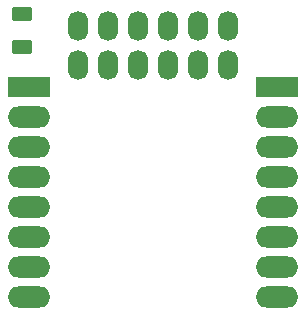
<source format=gbs>
G04 #@! TF.GenerationSoftware,KiCad,Pcbnew,7.0.10-unknown-1000.20240106gite38b948.fc38*
G04 #@! TF.CreationDate,2024-01-08T08:42:08+11:00*
G04 #@! TF.ProjectId,mikrobus-pmod-adapt,6d696b72-6f62-4757-932d-706d6f642d61,rev?*
G04 #@! TF.SameCoordinates,Original*
G04 #@! TF.FileFunction,Soldermask,Bot*
G04 #@! TF.FilePolarity,Negative*
%FSLAX46Y46*%
G04 Gerber Fmt 4.6, Leading zero omitted, Abs format (unit mm)*
G04 Created by KiCad (PCBNEW 7.0.10-unknown-1000.20240106gite38b948.fc38) date 2024-01-08 08:42:08*
%MOMM*%
%LPD*%
G01*
G04 APERTURE LIST*
G04 Aperture macros list*
%AMRoundRect*
0 Rectangle with rounded corners*
0 $1 Rounding radius*
0 $2 $3 $4 $5 $6 $7 $8 $9 X,Y pos of 4 corners*
0 Add a 4 corners polygon primitive as box body*
4,1,4,$2,$3,$4,$5,$6,$7,$8,$9,$2,$3,0*
0 Add four circle primitives for the rounded corners*
1,1,$1+$1,$2,$3*
1,1,$1+$1,$4,$5*
1,1,$1+$1,$6,$7*
1,1,$1+$1,$8,$9*
0 Add four rect primitives between the rounded corners*
20,1,$1+$1,$2,$3,$4,$5,0*
20,1,$1+$1,$4,$5,$6,$7,0*
20,1,$1+$1,$6,$7,$8,$9,0*
20,1,$1+$1,$8,$9,$2,$3,0*%
G04 Aperture macros list end*
%ADD10R,3.600000X1.800000*%
%ADD11O,3.600000X1.800000*%
%ADD12O,1.700000X2.540000*%
%ADD13RoundRect,0.250000X0.625000X-0.375000X0.625000X0.375000X-0.625000X0.375000X-0.625000X-0.375000X0*%
G04 APERTURE END LIST*
D10*
G04 #@! TO.C,U1*
X89470000Y-93650000D03*
D11*
X89470000Y-96190000D03*
X89470000Y-98730000D03*
X89470000Y-101270000D03*
X89470000Y-103810000D03*
X89470000Y-106350000D03*
X89470000Y-108890000D03*
X89470000Y-111430000D03*
D10*
X110530000Y-93650000D03*
D11*
X110530000Y-96190000D03*
X110530000Y-98730000D03*
X110530000Y-101270000D03*
X110530000Y-103810000D03*
X110530000Y-106350000D03*
X110530000Y-108890000D03*
X110530000Y-111430000D03*
G04 #@! TD*
D12*
G04 #@! TO.C,J1*
X93650000Y-91840000D03*
X96190000Y-91840000D03*
X98730000Y-91840000D03*
X101270000Y-91840000D03*
X103810000Y-91840000D03*
X106350000Y-91840000D03*
X93650000Y-88500000D03*
X96190000Y-88500000D03*
X98730000Y-88500000D03*
X101270000Y-88500000D03*
X103810000Y-88500000D03*
X106350000Y-88500000D03*
G04 #@! TD*
D13*
G04 #@! TO.C,R1*
X88900000Y-90300000D03*
X88900000Y-87500000D03*
G04 #@! TD*
M02*

</source>
